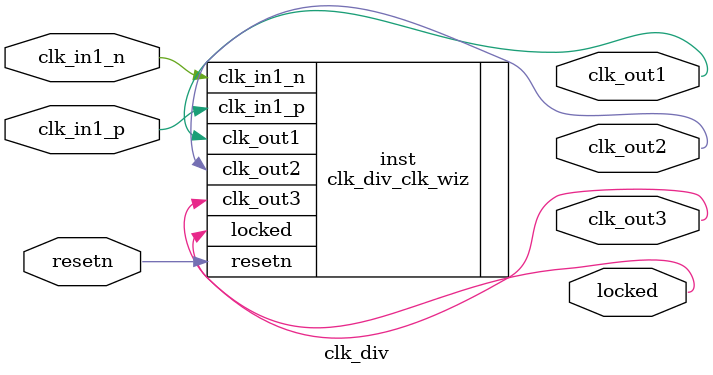
<source format=v>


`timescale 1ps/1ps

(* CORE_GENERATION_INFO = "clk_div,clk_wiz_v6_0_12_0_0,{component_name=clk_div,use_phase_alignment=true,use_min_o_jitter=false,use_max_i_jitter=false,use_dyn_phase_shift=false,use_inclk_switchover=false,use_dyn_reconfig=false,enable_axi=0,feedback_source=FDBK_AUTO,PRIMITIVE=MMCM,num_out_clk=3,clkin1_period=5.000,clkin2_period=10.0,use_power_down=false,use_reset=true,use_locked=true,use_inclk_stopped=false,feedback_type=SINGLE,CLOCK_MGR_TYPE=NA,manual_override=false}" *)

module clk_div 
 (
  // Clock out ports
  output        clk_out1,
  output        clk_out2,
  output        clk_out3,
  // Status and control signals
  input         resetn,
  output        locked,
 // Clock in ports
  input         clk_in1_p,
  input         clk_in1_n
 );

  clk_div_clk_wiz inst
  (
  // Clock out ports  
  .clk_out1(clk_out1),
  .clk_out2(clk_out2),
  .clk_out3(clk_out3),
  // Status and control signals               
  .resetn(resetn), 
  .locked(locked),
 // Clock in ports
  .clk_in1_p(clk_in1_p),
  .clk_in1_n(clk_in1_n)
  );

endmodule

</source>
